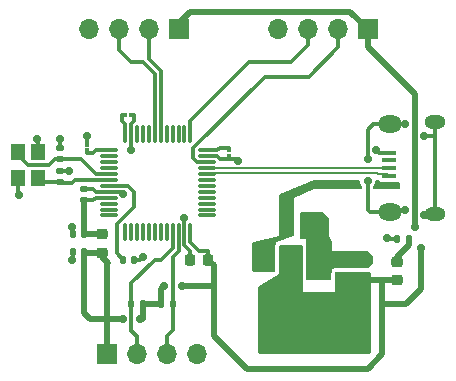
<source format=gbr>
%TF.GenerationSoftware,KiCad,Pcbnew,7.0.1*%
%TF.CreationDate,2023-03-27T05:29:06+01:00*%
%TF.ProjectId,1,312e6b69-6361-4645-9f70-636258585858,rev?*%
%TF.SameCoordinates,Original*%
%TF.FileFunction,Copper,L1,Top*%
%TF.FilePolarity,Positive*%
%FSLAX46Y46*%
G04 Gerber Fmt 4.6, Leading zero omitted, Abs format (unit mm)*
G04 Created by KiCad (PCBNEW 7.0.1) date 2023-03-27 05:29:06*
%MOMM*%
%LPD*%
G01*
G04 APERTURE LIST*
G04 Aperture macros list*
%AMRoundRect*
0 Rectangle with rounded corners*
0 $1 Rounding radius*
0 $2 $3 $4 $5 $6 $7 $8 $9 X,Y pos of 4 corners*
0 Add a 4 corners polygon primitive as box body*
4,1,4,$2,$3,$4,$5,$6,$7,$8,$9,$2,$3,0*
0 Add four circle primitives for the rounded corners*
1,1,$1+$1,$2,$3*
1,1,$1+$1,$4,$5*
1,1,$1+$1,$6,$7*
1,1,$1+$1,$8,$9*
0 Add four rect primitives between the rounded corners*
20,1,$1+$1,$2,$3,$4,$5,0*
20,1,$1+$1,$4,$5,$6,$7,0*
20,1,$1+$1,$6,$7,$8,$9,0*
20,1,$1+$1,$8,$9,$2,$3,0*%
G04 Aperture macros list end*
%TA.AperFunction,SMDPad,CuDef*%
%ADD10RoundRect,0.140000X0.170000X-0.140000X0.170000X0.140000X-0.170000X0.140000X-0.170000X-0.140000X0*%
%TD*%
%TA.AperFunction,SMDPad,CuDef*%
%ADD11RoundRect,0.075000X-0.075000X0.125000X-0.075000X-0.125000X0.075000X-0.125000X0.075000X0.125000X0*%
%TD*%
%TA.AperFunction,SMDPad,CuDef*%
%ADD12RoundRect,0.135000X0.135000X0.185000X-0.135000X0.185000X-0.135000X-0.185000X0.135000X-0.185000X0*%
%TD*%
%TA.AperFunction,SMDPad,CuDef*%
%ADD13R,1.500000X2.000000*%
%TD*%
%TA.AperFunction,SMDPad,CuDef*%
%ADD14R,3.800000X2.000000*%
%TD*%
%TA.AperFunction,SMDPad,CuDef*%
%ADD15RoundRect,0.250000X0.475000X-0.250000X0.475000X0.250000X-0.475000X0.250000X-0.475000X-0.250000X0*%
%TD*%
%TA.AperFunction,ComponentPad*%
%ADD16R,1.700000X1.700000*%
%TD*%
%TA.AperFunction,ComponentPad*%
%ADD17O,1.700000X1.700000*%
%TD*%
%TA.AperFunction,SMDPad,CuDef*%
%ADD18RoundRect,0.075000X-0.075000X-0.662500X0.075000X-0.662500X0.075000X0.662500X-0.075000X0.662500X0*%
%TD*%
%TA.AperFunction,SMDPad,CuDef*%
%ADD19RoundRect,0.075000X-0.662500X-0.075000X0.662500X-0.075000X0.662500X0.075000X-0.662500X0.075000X0*%
%TD*%
%TA.AperFunction,ComponentPad*%
%ADD20O,1.800000X1.150000*%
%TD*%
%TA.AperFunction,ComponentPad*%
%ADD21O,2.000000X1.450000*%
%TD*%
%TA.AperFunction,SMDPad,CuDef*%
%ADD22R,1.300000X0.450000*%
%TD*%
%TA.AperFunction,SMDPad,CuDef*%
%ADD23RoundRect,0.225000X0.225000X0.250000X-0.225000X0.250000X-0.225000X-0.250000X0.225000X-0.250000X0*%
%TD*%
%TA.AperFunction,SMDPad,CuDef*%
%ADD24RoundRect,0.140000X0.140000X0.170000X-0.140000X0.170000X-0.140000X-0.170000X0.140000X-0.170000X0*%
%TD*%
%TA.AperFunction,SMDPad,CuDef*%
%ADD25RoundRect,0.135000X-0.135000X-0.185000X0.135000X-0.185000X0.135000X0.185000X-0.135000X0.185000X0*%
%TD*%
%TA.AperFunction,SMDPad,CuDef*%
%ADD26RoundRect,0.250000X-0.250000X-0.475000X0.250000X-0.475000X0.250000X0.475000X-0.250000X0.475000X0*%
%TD*%
%TA.AperFunction,SMDPad,CuDef*%
%ADD27RoundRect,0.140000X-0.140000X-0.170000X0.140000X-0.170000X0.140000X0.170000X-0.140000X0.170000X0*%
%TD*%
%TA.AperFunction,SMDPad,CuDef*%
%ADD28R,1.200000X1.400000*%
%TD*%
%TA.AperFunction,SMDPad,CuDef*%
%ADD29RoundRect,0.075000X-0.125000X-0.075000X0.125000X-0.075000X0.125000X0.075000X-0.125000X0.075000X0*%
%TD*%
%TA.AperFunction,SMDPad,CuDef*%
%ADD30RoundRect,0.218750X-0.256250X0.218750X-0.256250X-0.218750X0.256250X-0.218750X0.256250X0.218750X0*%
%TD*%
%TA.AperFunction,SMDPad,CuDef*%
%ADD31RoundRect,0.075000X0.075000X-0.125000X0.075000X0.125000X-0.075000X0.125000X-0.075000X-0.125000X0*%
%TD*%
%TA.AperFunction,ViaPad*%
%ADD32C,0.700000*%
%TD*%
%TA.AperFunction,Conductor*%
%ADD33C,0.300000*%
%TD*%
%TA.AperFunction,Conductor*%
%ADD34C,0.500000*%
%TD*%
%TA.AperFunction,Conductor*%
%ADD35C,0.200000*%
%TD*%
G04 APERTURE END LIST*
D10*
%TO.P,C7,1*%
%TO.N,+3.3VA*%
X108250000Y-66480000D03*
%TO.P,C7,2*%
%TO.N,GND*%
X108250000Y-65520000D03*
%TD*%
D11*
%TO.P,C5,1*%
%TO.N,+3.3V*%
X120500000Y-62250000D03*
%TO.P,C5,2*%
%TO.N,GND*%
X120500000Y-62750000D03*
%TD*%
D12*
%TO.P,R2,1*%
%TO.N,+3.3V*%
X113270000Y-75250000D03*
%TO.P,R2,2*%
%TO.N,/I2C2_SCL*%
X112250000Y-75250000D03*
%TD*%
D13*
%TO.P,U2,1,GND*%
%TO.N,GND*%
X128050000Y-71350000D03*
%TO.P,U2,2,VO*%
%TO.N,+3.3V*%
X125750000Y-71350000D03*
D14*
X125750000Y-77650000D03*
D13*
%TO.P,U2,3,VI*%
%TO.N,VBUS*%
X123450000Y-71350000D03*
%TD*%
D15*
%TO.P,C2,1*%
%TO.N,+3.3V*%
X131000000Y-73250000D03*
%TO.P,C2,2*%
%TO.N,GND*%
X131000000Y-71350000D03*
%TD*%
D16*
%TO.P,J3,1,Pin_1*%
%TO.N,+3.3V*%
X116300000Y-52000000D03*
D17*
%TO.P,J3,2,Pin_2*%
%TO.N,/USART1_TX*%
X113760000Y-52000000D03*
%TO.P,J3,3,Pin_3*%
%TO.N,/USART1_RX*%
X111220000Y-52000000D03*
%TO.P,J3,4,Pin_4*%
%TO.N,GND*%
X108680000Y-52000000D03*
%TD*%
D18*
%TO.P,U1,48,VDD*%
%TO.N,+3.3V*%
X111750000Y-60837500D03*
%TO.P,U1,47,VSS*%
%TO.N,GND*%
X112250000Y-60837500D03*
%TO.P,U1,46,PB9*%
%TO.N,unconnected-(U1-PB9-Pad46)*%
X112750000Y-60837500D03*
%TO.P,U1,45,PB8*%
%TO.N,unconnected-(U1-PB8-Pad45)*%
X113250000Y-60837500D03*
%TO.P,U1,44,PH3*%
%TO.N,unconnected-(U1-PH3-Pad44)*%
X113750000Y-60837500D03*
%TO.P,U1,43,PB7*%
%TO.N,/USART1_RX*%
X114250000Y-60837500D03*
%TO.P,U1,42,PB6*%
%TO.N,/USART1_TX*%
X114750000Y-60837500D03*
%TO.P,U1,41,PB5*%
%TO.N,unconnected-(U1-PB5-Pad41)*%
X115250000Y-60837500D03*
%TO.P,U1,40,PB4*%
%TO.N,unconnected-(U1-PB4-Pad40)*%
X115750000Y-60837500D03*
%TO.P,U1,39,PB3*%
%TO.N,unconnected-(U1-PB3-Pad39)*%
X116250000Y-60837500D03*
%TO.P,U1,38,PA15*%
%TO.N,unconnected-(U1-PA15-Pad38)*%
X116750000Y-60837500D03*
%TO.P,U1,37,PA14*%
%TO.N,/SWCLK*%
X117250000Y-60837500D03*
D19*
%TO.P,U1,36,VDDUSB*%
%TO.N,+3.3V*%
X118662500Y-62250000D03*
%TO.P,U1,35,VSS*%
%TO.N,GND*%
X118662500Y-62750000D03*
%TO.P,U1,34,PA13*%
%TO.N,/SWDIO*%
X118662500Y-63250000D03*
%TO.P,U1,33,PA12*%
%TO.N,/USB_D+*%
X118662500Y-63750000D03*
%TO.P,U1,32,PA11*%
%TO.N,/USB_D-*%
X118662500Y-64250000D03*
%TO.P,U1,31,PA10*%
%TO.N,unconnected-(U1-PA10-Pad31)*%
X118662500Y-64750000D03*
%TO.P,U1,30,PA9*%
%TO.N,unconnected-(U1-PA9-Pad30)*%
X118662500Y-65250000D03*
%TO.P,U1,29,PA8*%
%TO.N,unconnected-(U1-PA8-Pad29)*%
X118662500Y-65750000D03*
%TO.P,U1,28,PB15*%
%TO.N,unconnected-(U1-PB15-Pad28)*%
X118662500Y-66250000D03*
%TO.P,U1,27,PB14*%
%TO.N,unconnected-(U1-PB14-Pad27)*%
X118662500Y-66750000D03*
%TO.P,U1,26,PB13*%
%TO.N,unconnected-(U1-PB13-Pad26)*%
X118662500Y-67250000D03*
%TO.P,U1,25,PB12*%
%TO.N,unconnected-(U1-PB12-Pad25)*%
X118662500Y-67750000D03*
D18*
%TO.P,U1,24,VDD*%
%TO.N,+3.3V*%
X117250000Y-69162500D03*
%TO.P,U1,23,VSS*%
%TO.N,GND*%
X116750000Y-69162500D03*
%TO.P,U1,22,PB11*%
%TO.N,/I2C2_SDA*%
X116250000Y-69162500D03*
%TO.P,U1,21,PB10*%
%TO.N,/I2C2_SCL*%
X115750000Y-69162500D03*
%TO.P,U1,20,PB2*%
%TO.N,unconnected-(U1-PB2-Pad20)*%
X115250000Y-69162500D03*
%TO.P,U1,19,PB1*%
%TO.N,unconnected-(U1-PB1-Pad19)*%
X114750000Y-69162500D03*
%TO.P,U1,18,PB0*%
%TO.N,unconnected-(U1-PB0-Pad18)*%
X114250000Y-69162500D03*
%TO.P,U1,17,PA7*%
%TO.N,unconnected-(U1-PA7-Pad17)*%
X113750000Y-69162500D03*
%TO.P,U1,16,PA6*%
%TO.N,unconnected-(U1-PA6-Pad16)*%
X113250000Y-69162500D03*
%TO.P,U1,15,PA5*%
%TO.N,unconnected-(U1-PA5-Pad15)*%
X112750000Y-69162500D03*
%TO.P,U1,14,PA4*%
%TO.N,unconnected-(U1-PA4-Pad14)*%
X112250000Y-69162500D03*
%TO.P,U1,13,PA3*%
%TO.N,unconnected-(U1-PA3-Pad13)*%
X111750000Y-69162500D03*
D19*
%TO.P,U1,12,PA2*%
%TO.N,unconnected-(U1-PA2-Pad12)*%
X110337500Y-67750000D03*
%TO.P,U1,11,PA1*%
%TO.N,unconnected-(U1-PA1-Pad11)*%
X110337500Y-67250000D03*
%TO.P,U1,10,PA0*%
%TO.N,unconnected-(U1-PA0-Pad10)*%
X110337500Y-66750000D03*
%TO.P,U1,9,VDDA*%
%TO.N,+3.3VA*%
X110337500Y-66250000D03*
%TO.P,U1,8,VSSA*%
%TO.N,GND*%
X110337500Y-65750000D03*
%TO.P,U1,7,NRST*%
%TO.N,/NRST*%
X110337500Y-65250000D03*
%TO.P,U1,6,PH1*%
%TO.N,/HSE_OUT*%
X110337500Y-64750000D03*
%TO.P,U1,5,PH0*%
%TO.N,/HSE_IN*%
X110337500Y-64250000D03*
%TO.P,U1,4,PC15*%
%TO.N,unconnected-(U1-PC15-Pad4)*%
X110337500Y-63750000D03*
%TO.P,U1,3,PC14*%
%TO.N,unconnected-(U1-PC14-Pad3)*%
X110337500Y-63250000D03*
%TO.P,U1,2,PC13*%
%TO.N,unconnected-(U1-PC13-Pad2)*%
X110337500Y-62750000D03*
%TO.P,U1,1,VBAT*%
%TO.N,+3.3V*%
X110337500Y-62250000D03*
%TD*%
D20*
%TO.P,J1,6,Shield*%
%TO.N,unconnected-(J1-Shield-Pad6)*%
X137950000Y-59875000D03*
D21*
X134150000Y-60025000D03*
X134150000Y-67475000D03*
D20*
X137950000Y-67625000D03*
D22*
%TO.P,J1,5,GND*%
%TO.N,GND*%
X134100000Y-62450000D03*
%TO.P,J1,4,ID*%
%TO.N,unconnected-(J1-ID-Pad4)*%
X134100000Y-63100000D03*
%TO.P,J1,3,D+*%
%TO.N,/USB_D+*%
X134100000Y-63750000D03*
%TO.P,J1,2,D-*%
%TO.N,/USB_D-*%
X134100000Y-64400000D03*
%TO.P,J1,1,VBUS*%
%TO.N,VBUS*%
X134100000Y-65050000D03*
%TD*%
D23*
%TO.P,C3,1*%
%TO.N,+3.3V*%
X118775000Y-71500000D03*
%TO.P,C3,2*%
%TO.N,GND*%
X117225000Y-71500000D03*
%TD*%
D24*
%TO.P,C9,1*%
%TO.N,+3.3V*%
X108230000Y-70837500D03*
%TO.P,C9,2*%
%TO.N,GND*%
X107270000Y-70837500D03*
%TD*%
D25*
%TO.P,R3,1*%
%TO.N,+3.3V*%
X114750000Y-75250000D03*
%TO.P,R3,2*%
%TO.N,/I2C2_SDA*%
X115770000Y-75250000D03*
%TD*%
D26*
%TO.P,C1,1*%
%TO.N,VBUS*%
X125300000Y-68550000D03*
%TO.P,C1,2*%
%TO.N,GND*%
X127200000Y-68550000D03*
%TD*%
D27*
%TO.P,C10,1*%
%TO.N,/NRST*%
X111540000Y-71500000D03*
%TO.P,C10,2*%
%TO.N,GND*%
X112500000Y-71500000D03*
%TD*%
D16*
%TO.P,J4,1,Pin_1*%
%TO.N,+3.3V*%
X110200000Y-79500000D03*
D17*
%TO.P,J4,2,Pin_2*%
%TO.N,/I2C2_SCL*%
X112740000Y-79500000D03*
%TO.P,J4,3,Pin_3*%
%TO.N,/I2C2_SDA*%
X115280000Y-79500000D03*
%TO.P,J4,4,Pin_4*%
%TO.N,GND*%
X117820000Y-79500000D03*
%TD*%
D12*
%TO.P,R1,1*%
%TO.N,/PWR_LED_K*%
X135770000Y-69750000D03*
%TO.P,R1,2*%
%TO.N,GND*%
X134750000Y-69750000D03*
%TD*%
D24*
%TO.P,C8,1*%
%TO.N,+3.3VA*%
X108230000Y-69337500D03*
%TO.P,C8,2*%
%TO.N,GND*%
X107270000Y-69337500D03*
%TD*%
D16*
%TO.P,J2,1,Pin_1*%
%TO.N,+3.3V*%
X132300000Y-52000000D03*
D17*
%TO.P,J2,2,Pin_2*%
%TO.N,/SWDIO*%
X129760000Y-52000000D03*
%TO.P,J2,3,Pin_3*%
%TO.N,/SWCLK*%
X127220000Y-52000000D03*
%TO.P,J2,4,Pin_4*%
%TO.N,GND*%
X124680000Y-52000000D03*
%TD*%
D28*
%TO.P,Y1,1,1*%
%TO.N,/HSE_IN*%
X102650000Y-62400000D03*
%TO.P,Y1,2,2*%
%TO.N,GND*%
X102650000Y-64600000D03*
%TO.P,Y1,3,3*%
%TO.N,/HSE_OUT*%
X104350000Y-64600000D03*
%TO.P,Y1,4,4*%
%TO.N,GND*%
X104350000Y-62400000D03*
%TD*%
D10*
%TO.P,C12,1*%
%TO.N,/HSE_OUT*%
X106250000Y-64960000D03*
%TO.P,C12,2*%
%TO.N,GND*%
X106250000Y-64000000D03*
%TD*%
D29*
%TO.P,C6,1*%
%TO.N,+3.3V*%
X111750000Y-59250000D03*
%TO.P,C6,2*%
%TO.N,GND*%
X112250000Y-59250000D03*
%TD*%
D10*
%TO.P,C11,1*%
%TO.N,/HSE_IN*%
X106250000Y-62960000D03*
%TO.P,C11,2*%
%TO.N,GND*%
X106250000Y-62000000D03*
%TD*%
D30*
%TO.P,D1,1,K*%
%TO.N,/PWR_LED_K*%
X134750000Y-71675000D03*
%TO.P,D1,2,A*%
%TO.N,+3.3V*%
X134750000Y-73250000D03*
%TD*%
%TO.P,FB1,1*%
%TO.N,+3.3VA*%
X109750000Y-69337500D03*
%TO.P,FB1,2*%
%TO.N,+3.3V*%
X109750000Y-70912500D03*
%TD*%
D31*
%TO.P,C4,1*%
%TO.N,+3.3V*%
X108500000Y-62250000D03*
%TO.P,C4,2*%
%TO.N,GND*%
X108500000Y-61750000D03*
%TD*%
D32*
%TO.N,unconnected-(J1-Shield-Pad6)*%
X132250000Y-63000000D03*
X132250000Y-64849501D03*
X135450500Y-67250000D03*
X137049500Y-67750000D03*
X135450500Y-60000000D03*
X137049500Y-61000000D03*
%TO.N,GND*%
X112250000Y-62250000D03*
%TO.N,+3.3V*%
X136750000Y-70500000D03*
X136250000Y-68750000D03*
%TO.N,GND*%
X121250000Y-63100500D03*
X108500000Y-61000000D03*
X111582366Y-65949500D03*
X104250000Y-61250000D03*
X102750000Y-66000000D03*
%TO.N,+3.3V*%
X112949500Y-76500000D03*
X111550500Y-76500000D03*
X115000000Y-73750000D03*
X116500000Y-73750000D03*
%TO.N,GND*%
X128500000Y-72750000D03*
X132250000Y-71500000D03*
X116750000Y-68000000D03*
X107250000Y-71500000D03*
X128500000Y-69250000D03*
X107000000Y-64000000D03*
X133860000Y-69662500D03*
X128500000Y-68250000D03*
X106250000Y-61250000D03*
X127500000Y-72750000D03*
X113250000Y-71250000D03*
X107250000Y-68750000D03*
X133000000Y-62250000D03*
%TD*%
D33*
%TO.N,unconnected-(J1-Shield-Pad6)*%
X132725000Y-60025000D02*
X134150000Y-60025000D01*
X132250000Y-60500000D02*
X132725000Y-60025000D01*
X132250000Y-63000000D02*
X132250000Y-60500000D01*
X132250000Y-67250000D02*
X132250000Y-64650001D01*
X132250000Y-64650001D02*
X132250000Y-64849501D01*
X132475000Y-67475000D02*
X132250000Y-67250000D01*
X134150000Y-67475000D02*
X132475000Y-67475000D01*
X134375000Y-67250000D02*
X134150000Y-67475000D01*
X135450500Y-67250000D02*
X134375000Y-67250000D01*
X137174500Y-67625000D02*
X137049500Y-67750000D01*
X137950000Y-67625000D02*
X137174500Y-67625000D01*
X137950000Y-60950000D02*
X137950000Y-67625000D01*
X137950000Y-60950000D02*
X137950000Y-59875000D01*
X138000000Y-61000000D02*
X137950000Y-60950000D01*
X137049500Y-61000000D02*
X138000000Y-61000000D01*
X135425500Y-60025000D02*
X135450500Y-60000000D01*
X134150000Y-60025000D02*
X135425500Y-60025000D01*
D34*
%TO.N,+3.3V*%
X136250000Y-57500000D02*
X136250000Y-68750000D01*
X132300000Y-52000000D02*
X132300000Y-53450000D01*
X132300000Y-53450000D02*
X132250000Y-53500000D01*
X132250000Y-53500000D02*
X136250000Y-57500000D01*
X136750000Y-70500000D02*
X136750000Y-74000000D01*
D33*
%TO.N,/HSE_OUT*%
X104710000Y-64960000D02*
X104350000Y-64600000D01*
X106250000Y-64960000D02*
X104710000Y-64960000D01*
X106290000Y-65000000D02*
X106250000Y-64960000D01*
X110337500Y-64750000D02*
X107500000Y-64750000D01*
X107500000Y-64750000D02*
X107250000Y-65000000D01*
X107250000Y-65000000D02*
X106290000Y-65000000D01*
D34*
%TO.N,+3.3V*%
X135500000Y-75250000D02*
X133500000Y-75250000D01*
X133500000Y-73250000D02*
X133500000Y-75250000D01*
X133500000Y-75250000D02*
X133500000Y-79500000D01*
X119250000Y-78000000D02*
X119250000Y-73750000D01*
X132250000Y-80750000D02*
X122000000Y-80750000D01*
X133500000Y-79500000D02*
X132250000Y-80750000D01*
X122000000Y-80750000D02*
X119250000Y-78000000D01*
X133500000Y-73250000D02*
X134750000Y-73250000D01*
X131000000Y-73250000D02*
X133500000Y-73250000D01*
X117250000Y-50500000D02*
X130800000Y-50500000D01*
X116300000Y-51450000D02*
X117250000Y-50500000D01*
X130800000Y-50500000D02*
X132300000Y-52000000D01*
X116300000Y-52000000D02*
X116300000Y-51450000D01*
D33*
%TO.N,GND*%
X112250000Y-62250000D02*
X112250000Y-60837500D01*
X112500000Y-59750000D02*
X112500000Y-59250000D01*
X112500000Y-59250000D02*
X112300000Y-59250000D01*
X112498959Y-59750000D02*
X112500000Y-59750000D01*
X112250000Y-59998959D02*
X112498959Y-59750000D01*
X112250000Y-60837500D02*
X112250000Y-59998959D01*
D34*
%TO.N,+3.3V*%
X136750000Y-74000000D02*
X135500000Y-75250000D01*
D33*
%TO.N,GND*%
X121149500Y-63000000D02*
X121250000Y-63100500D01*
X120500000Y-63000000D02*
X121149500Y-63000000D01*
X108500000Y-61000000D02*
X108500000Y-61700000D01*
%TO.N,+3.3V*%
X108500000Y-62500000D02*
X108500000Y-62300000D01*
X109000000Y-62500000D02*
X108500000Y-62500000D01*
X109250000Y-62250000D02*
X109000000Y-62500000D01*
X110337500Y-62250000D02*
X109250000Y-62250000D01*
%TO.N,GND*%
X111250000Y-65750000D02*
X110337500Y-65750000D01*
X111449500Y-65949500D02*
X111250000Y-65750000D01*
X111582366Y-65949500D02*
X111449500Y-65949500D01*
X104350000Y-61350000D02*
X104250000Y-61250000D01*
X104350000Y-62400000D02*
X104350000Y-61350000D01*
X102650000Y-65900000D02*
X102750000Y-66000000D01*
X102650000Y-64600000D02*
X102650000Y-65900000D01*
%TO.N,/SWCLK*%
X117250000Y-60837500D02*
X117250000Y-59750000D01*
X117250000Y-59750000D02*
X122250000Y-54750000D01*
X127220000Y-53280000D02*
X127220000Y-52000000D01*
X125750000Y-54750000D02*
X127220000Y-53280000D01*
X122250000Y-54750000D02*
X125750000Y-54750000D01*
%TO.N,/SWDIO*%
X123573959Y-56000000D02*
X127250000Y-56000000D01*
X129760000Y-53490000D02*
X129760000Y-52000000D01*
X117501041Y-62072918D02*
X123573959Y-56000000D01*
X117501041Y-62927082D02*
X117501041Y-62072918D01*
X127250000Y-56000000D02*
X129760000Y-53490000D01*
X117823959Y-63250000D02*
X117501041Y-62927082D01*
X118662500Y-63250000D02*
X117823959Y-63250000D01*
D34*
%TO.N,/PWR_LED_K*%
X135770000Y-70230000D02*
X135770000Y-69750000D01*
X134750000Y-71250000D02*
X135770000Y-70230000D01*
X134750000Y-71675000D02*
X134750000Y-71250000D01*
%TO.N,+3.3V*%
X110200000Y-71800000D02*
X110200000Y-79500000D01*
X110250000Y-71750000D02*
X110200000Y-71800000D01*
X109750000Y-71250000D02*
X110250000Y-71750000D01*
X109750000Y-70912500D02*
X109750000Y-71250000D01*
%TO.N,+3.3VA*%
X108230000Y-66500000D02*
X108250000Y-66480000D01*
X108230000Y-69337500D02*
X108230000Y-66500000D01*
X109750000Y-69337500D02*
X108230000Y-69337500D01*
%TO.N,+3.3V*%
X108305000Y-70912500D02*
X108230000Y-70837500D01*
X109750000Y-70912500D02*
X108305000Y-70912500D01*
X108750000Y-76500000D02*
X108230000Y-75980000D01*
X111550500Y-76500000D02*
X108750000Y-76500000D01*
X113250000Y-76500000D02*
X112949500Y-76500000D01*
X113270000Y-76480000D02*
X113250000Y-76500000D01*
X108230000Y-75980000D02*
X108230000Y-70837500D01*
X113270000Y-75250000D02*
X113270000Y-76480000D01*
X114750000Y-75250000D02*
X113270000Y-75250000D01*
X114750000Y-74000000D02*
X115000000Y-73750000D01*
X114750000Y-75250000D02*
X114750000Y-74000000D01*
X119250000Y-73750000D02*
X116500000Y-73750000D01*
X119250000Y-73750000D02*
X119250000Y-71975000D01*
X119250000Y-71975000D02*
X118775000Y-71500000D01*
D33*
%TO.N,GND*%
X109000000Y-65500000D02*
X108270000Y-65500000D01*
X109250000Y-65750000D02*
X109000000Y-65500000D01*
X110337500Y-65750000D02*
X109250000Y-65750000D01*
%TO.N,+3.3V*%
X119750000Y-62000000D02*
X120500000Y-62000000D01*
X120500000Y-62000000D02*
X120500000Y-62200000D01*
X111750000Y-60000000D02*
X111500000Y-59750000D01*
X118662500Y-62250000D02*
X119500000Y-62250000D01*
X117250000Y-69162500D02*
X117250000Y-70000000D01*
X118000000Y-70750000D02*
X118750000Y-70750000D01*
X111500000Y-59750000D02*
X111500000Y-59250000D01*
X117250000Y-70000000D02*
X118000000Y-70750000D01*
X111750000Y-60837500D02*
X111750000Y-60000000D01*
X119500000Y-62250000D02*
X119750000Y-62000000D01*
X111500000Y-59250000D02*
X111700000Y-59250000D01*
X118750000Y-71475000D02*
X118775000Y-71500000D01*
X118750000Y-70750000D02*
X118750000Y-71475000D01*
%TO.N,GND*%
X112500000Y-71500000D02*
X113000000Y-71500000D01*
X106250000Y-62000000D02*
X106250000Y-61250000D01*
X113000000Y-71500000D02*
X113250000Y-71250000D01*
X133200000Y-62450000D02*
X133000000Y-62250000D01*
X107270000Y-70837500D02*
X107270000Y-71480000D01*
X106250000Y-64000000D02*
X107000000Y-64000000D01*
X107270000Y-69337500D02*
X107270000Y-68770000D01*
X133947500Y-69750000D02*
X133860000Y-69662500D01*
X116750000Y-69162500D02*
X116750000Y-68000000D01*
X117225000Y-70725000D02*
X117225000Y-71500000D01*
X134750000Y-69750000D02*
X133947500Y-69750000D01*
X134100000Y-62450000D02*
X133200000Y-62450000D01*
X108270000Y-65500000D02*
X108250000Y-65520000D01*
X119750000Y-63000000D02*
X120500000Y-63000000D01*
X119501041Y-62750000D02*
X119750000Y-62998959D01*
X116750000Y-69162500D02*
X116750000Y-70250000D01*
X116750000Y-70250000D02*
X117225000Y-70725000D01*
X118662500Y-62750000D02*
X119501041Y-62750000D01*
X107270000Y-68770000D02*
X107250000Y-68750000D01*
X107270000Y-71480000D02*
X107250000Y-71500000D01*
X120500000Y-63000000D02*
X120500000Y-62800000D01*
X119750000Y-62998959D02*
X119750000Y-63000000D01*
%TO.N,+3.3VA*%
X110337500Y-66250000D02*
X109250000Y-66250000D01*
X109020000Y-66480000D02*
X108250000Y-66480000D01*
X109250000Y-66250000D02*
X109020000Y-66480000D01*
D35*
%TO.N,/USB_D-*%
X118712499Y-64200001D02*
X133150000Y-64200001D01*
X133150000Y-64275000D02*
X133975000Y-64275000D01*
X133150000Y-64200001D02*
X133150000Y-64275000D01*
X133975000Y-64275000D02*
X134100000Y-64400000D01*
X118662500Y-64250000D02*
X118712499Y-64200001D01*
%TO.N,/USB_D+*%
X118662500Y-63750000D02*
X134100000Y-63750000D01*
D33*
%TO.N,/USART1_TX*%
X114750000Y-55500000D02*
X113750000Y-54500000D01*
X113760000Y-54490000D02*
X113760000Y-52000000D01*
X113750000Y-54500000D02*
X113760000Y-54490000D01*
X114750000Y-60837500D02*
X114750000Y-55500000D01*
%TO.N,/USART1_RX*%
X114250000Y-55750000D02*
X113250000Y-54750000D01*
X113250000Y-54750000D02*
X112250000Y-54750000D01*
X112250000Y-54750000D02*
X111220000Y-53720000D01*
X114250000Y-60837500D02*
X114250000Y-55750000D01*
X111220000Y-53720000D02*
X111220000Y-52000000D01*
%TO.N,/I2C2_SCL*%
X112250000Y-75250000D02*
X112250000Y-77500000D01*
X114251041Y-71500000D02*
X112250000Y-73501041D01*
X115750000Y-69162500D02*
X115750000Y-70500000D01*
X112250000Y-73501041D02*
X112250000Y-75250000D01*
X112250000Y-77500000D02*
X112740000Y-77990000D01*
X114750000Y-71500000D02*
X114251041Y-71500000D01*
X115750000Y-70500000D02*
X114750000Y-71500000D01*
X112740000Y-77990000D02*
X112740000Y-79500000D01*
%TO.N,/I2C2_SDA*%
X115280000Y-78030000D02*
X115250000Y-78000000D01*
X115770000Y-71230000D02*
X116250000Y-70750000D01*
X115770000Y-77480000D02*
X115770000Y-75250000D01*
X115280000Y-79500000D02*
X115280000Y-78030000D01*
X115770000Y-75250000D02*
X115770000Y-71230000D01*
X115250000Y-78000000D02*
X115770000Y-77480000D01*
X116250000Y-70750000D02*
X116250000Y-69162500D01*
%TO.N,/HSE_IN*%
X105250000Y-63500000D02*
X103500000Y-63500000D01*
X107960000Y-62960000D02*
X106250000Y-62960000D01*
X110337500Y-64250000D02*
X109250000Y-64250000D01*
X103500000Y-63500000D02*
X102650000Y-62650000D01*
X109250000Y-64250000D02*
X107960000Y-62960000D01*
X105790000Y-62960000D02*
X105250000Y-63500000D01*
X106250000Y-62960000D02*
X105790000Y-62960000D01*
X102650000Y-62650000D02*
X102650000Y-62400000D01*
%TO.N,/HSE_OUT*%
X106250000Y-64960000D02*
X106210000Y-65000000D01*
%TO.N,/NRST*%
X112000000Y-65250000D02*
X112500000Y-65750000D01*
X110337500Y-65250000D02*
X112000000Y-65250000D01*
X111000000Y-68500000D02*
X111000000Y-70960000D01*
X111000000Y-70960000D02*
X111540000Y-71500000D01*
X112500000Y-67000000D02*
X111000000Y-68500000D01*
X112500000Y-65750000D02*
X112500000Y-67000000D01*
%TD*%
%TA.AperFunction,Conductor*%
%TO.N,GND*%
G36*
X128496091Y-67509439D02*
G01*
X128536319Y-67536319D01*
X128963681Y-67963681D01*
X128990561Y-68003909D01*
X129000000Y-68051362D01*
X129000000Y-69500000D01*
X129236909Y-69973818D01*
X129250000Y-70029272D01*
X129250000Y-70750000D01*
X132198638Y-70750000D01*
X132246091Y-70759439D01*
X132286319Y-70786319D01*
X132713681Y-71213681D01*
X132740561Y-71253909D01*
X132750000Y-71301362D01*
X132750000Y-71698638D01*
X132740561Y-71746091D01*
X132713681Y-71786319D01*
X132341819Y-72158181D01*
X132301591Y-72185061D01*
X132254138Y-72194500D01*
X129623999Y-72194500D01*
X129544933Y-72204909D01*
X129526512Y-72209844D01*
X129482930Y-72221523D01*
X129436966Y-72240561D01*
X129389516Y-72250000D01*
X129250000Y-72250000D01*
X129250000Y-72389516D01*
X129240561Y-72436969D01*
X129221524Y-72482928D01*
X129204909Y-72544933D01*
X129194500Y-72623999D01*
X129194500Y-73126000D01*
X129177887Y-73188000D01*
X129132500Y-73233387D01*
X129070500Y-73250000D01*
X127179500Y-73250000D01*
X127117500Y-73233387D01*
X127072113Y-73188000D01*
X127055500Y-73126000D01*
X127055500Y-70373999D01*
X127045090Y-70294933D01*
X127045090Y-70294930D01*
X127028477Y-70232930D01*
X127009438Y-70186966D01*
X127000000Y-70139516D01*
X127000000Y-69750000D01*
X126624000Y-69750000D01*
X126562000Y-69733387D01*
X126516613Y-69688000D01*
X126500000Y-69626000D01*
X126500000Y-67624000D01*
X126516613Y-67562000D01*
X126562000Y-67516613D01*
X126624000Y-67500000D01*
X128448638Y-67500000D01*
X128496091Y-67509439D01*
G37*
%TD.AperFunction*%
%TD*%
%TA.AperFunction,Conductor*%
%TO.N,VBUS*%
G36*
X131530412Y-64764203D02*
G01*
X131574836Y-64803560D01*
X131595882Y-64859054D01*
X131613763Y-65006319D01*
X131669780Y-65154024D01*
X131768070Y-65296423D01*
X131768031Y-65296449D01*
X131788575Y-65324368D01*
X131799500Y-65375261D01*
X131799500Y-65376000D01*
X131782887Y-65438000D01*
X131737500Y-65483387D01*
X131675500Y-65500000D01*
X127750000Y-65500000D01*
X126000000Y-66250000D01*
X126000000Y-69410626D01*
X125989407Y-69460775D01*
X125959437Y-69502355D01*
X125915213Y-69528262D01*
X124564734Y-69978422D01*
X124500000Y-70000000D01*
X124500000Y-70139516D01*
X124490561Y-70186966D01*
X124480595Y-70211028D01*
X124471524Y-70232928D01*
X124454909Y-70294933D01*
X124444500Y-70373999D01*
X124444500Y-72376000D01*
X124427887Y-72438000D01*
X124382500Y-72483387D01*
X124320500Y-72500000D01*
X122624000Y-72500000D01*
X122562000Y-72483387D01*
X122516613Y-72438000D01*
X122500000Y-72376000D01*
X122500000Y-70099469D01*
X122512383Y-70045454D01*
X122547058Y-70002227D01*
X122597101Y-69978422D01*
X122597100Y-69978422D01*
X124750000Y-69500000D01*
X124750000Y-66082667D01*
X124759406Y-66035294D01*
X124786197Y-65995108D01*
X124826308Y-65968205D01*
X127727109Y-64759538D01*
X127774801Y-64750000D01*
X131472786Y-64750000D01*
X131530412Y-64764203D01*
G37*
%TD.AperFunction*%
%TA.AperFunction,Conductor*%
G36*
X133146119Y-64759439D02*
G01*
X133186347Y-64786319D01*
X133277232Y-64877204D01*
X133277233Y-64877204D01*
X133277235Y-64877206D01*
X133380009Y-64922585D01*
X133405135Y-64925500D01*
X134794864Y-64925499D01*
X134794867Y-64925499D01*
X134809940Y-64923750D01*
X134819991Y-64922585D01*
X134825913Y-64919969D01*
X134886014Y-64909809D01*
X134943695Y-64929513D01*
X134985019Y-64974320D01*
X135000000Y-65033404D01*
X135000000Y-65376000D01*
X134983387Y-65438000D01*
X134938000Y-65483387D01*
X134876000Y-65500000D01*
X132824500Y-65500000D01*
X132762500Y-65483387D01*
X132717113Y-65438000D01*
X132700500Y-65376000D01*
X132700500Y-65375261D01*
X132711425Y-65324368D01*
X132731968Y-65296449D01*
X132731930Y-65296423D01*
X132766658Y-65246109D01*
X132830220Y-65154024D01*
X132886237Y-65006319D01*
X132904118Y-64859053D01*
X132925164Y-64803560D01*
X132969588Y-64764203D01*
X133027214Y-64750000D01*
X133098666Y-64750000D01*
X133146119Y-64759439D01*
G37*
%TD.AperFunction*%
%TD*%
%TA.AperFunction,Conductor*%
%TO.N,+3.3V*%
G36*
X126688000Y-70266613D02*
G01*
X126733387Y-70312000D01*
X126750000Y-70374000D01*
X126750000Y-74250000D01*
X129500000Y-74250000D01*
X129500000Y-72624000D01*
X129516613Y-72562000D01*
X129562000Y-72516613D01*
X129624000Y-72500000D01*
X132376000Y-72500000D01*
X132438000Y-72516613D01*
X132483387Y-72562000D01*
X132500000Y-72624000D01*
X132500000Y-79376000D01*
X132483387Y-79438000D01*
X132438000Y-79483387D01*
X132376000Y-79500000D01*
X123124000Y-79500000D01*
X123062000Y-79483387D01*
X123016613Y-79438000D01*
X123000000Y-79376000D01*
X123000000Y-73821960D01*
X123016751Y-73759721D01*
X123062479Y-73714298D01*
X123624985Y-73392865D01*
X124750000Y-72750000D01*
X124750000Y-71250000D01*
X124750000Y-70374000D01*
X124766613Y-70312000D01*
X124812000Y-70266613D01*
X124874000Y-70250000D01*
X126626000Y-70250000D01*
X126688000Y-70266613D01*
G37*
%TD.AperFunction*%
%TD*%
M02*

</source>
